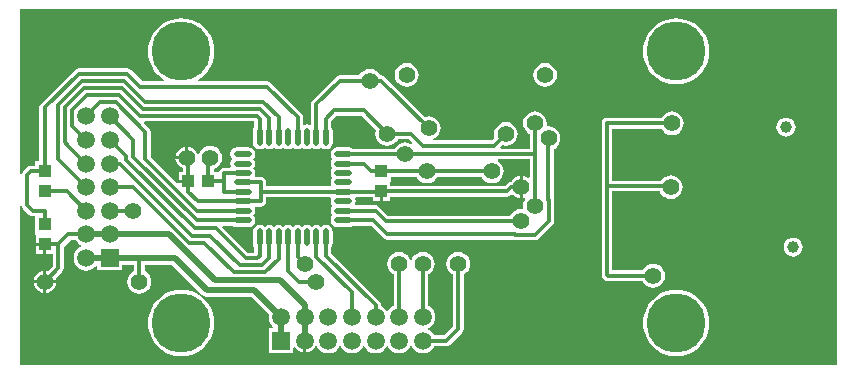
<source format=gbl>
G04 Layer_Physical_Order=2*
G04 Layer_Color=16711680*
%FSLAX43Y43*%
%MOMM*%
G71*
G01*
G75*
%ADD13R,1.000X1.100*%
%ADD14R,1.100X1.000*%
%ADD19C,0.300*%
%ADD21C,1.000*%
%ADD22C,1.400*%
%ADD23C,1.500*%
%ADD24R,1.500X1.500*%
%ADD25R,1.500X1.500*%
%ADD26C,5.000*%
%ADD27O,0.550X1.500*%
%ADD28O,1.500X0.550*%
%ADD29C,0.500*%
G36*
X20545Y20307D02*
X20526Y20261D01*
X20491Y20000D01*
X20526Y19739D01*
X20626Y19496D01*
X20787Y19287D01*
X20996Y19126D01*
X21239Y19026D01*
X21500Y18991D01*
X21761Y19026D01*
X22004Y19126D01*
X22213Y19287D01*
X22374Y19496D01*
X22392Y19541D01*
X23310D01*
X23575Y19276D01*
X23504Y19173D01*
X23261Y19274D01*
X23000Y19309D01*
X22739Y19274D01*
X22496Y19173D01*
X22287Y19013D01*
X22126Y18804D01*
X22108Y18759D01*
X18573D01*
X18449Y18842D01*
X18225Y18886D01*
X17275D01*
X17051Y18842D01*
X16860Y18715D01*
X16733Y18524D01*
X16689Y18300D01*
X16733Y18076D01*
X16851Y17900D01*
X16733Y17724D01*
X16689Y17500D01*
X16733Y17276D01*
X16851Y17100D01*
X16733Y16924D01*
X16689Y16700D01*
X16733Y16476D01*
X16851Y16300D01*
X16733Y16124D01*
X16689Y15900D01*
X16731Y15686D01*
X16728Y15656D01*
X16677Y15559D01*
X11259D01*
Y15900D01*
X11224Y16076D01*
X11124Y16224D01*
X10976Y16324D01*
X10800Y16359D01*
X10323D01*
X10272Y16456D01*
X10269Y16486D01*
X10311Y16700D01*
X10267Y16924D01*
X10149Y17100D01*
X10267Y17276D01*
X10311Y17500D01*
X10267Y17724D01*
X10149Y17900D01*
X10267Y18076D01*
X10311Y18300D01*
X10267Y18524D01*
X10140Y18715D01*
X9949Y18842D01*
X9725Y18886D01*
X8775D01*
X8551Y18842D01*
X8360Y18715D01*
X8233Y18524D01*
X8189Y18300D01*
X8233Y18076D01*
X8351Y17900D01*
X8233Y17724D01*
X8189Y17500D01*
X8231Y17286D01*
X8228Y17256D01*
X8177Y17159D01*
X7700D01*
X7524Y17124D01*
X7376Y17024D01*
X7287Y16891D01*
X7200Y16800D01*
X6809D01*
Y17046D01*
X7004Y17126D01*
X7213Y17287D01*
X7373Y17496D01*
X7474Y17739D01*
X7509Y18000D01*
X7474Y18261D01*
X7373Y18504D01*
X7213Y18713D01*
X7004Y18874D01*
X6761Y18974D01*
X6500Y19009D01*
X6239Y18974D01*
X5996Y18874D01*
X5787Y18713D01*
X5627Y18504D01*
X5544Y18305D01*
X5408Y18300D01*
X5333Y18481D01*
X5180Y18680D01*
X4981Y18833D01*
X4749Y18929D01*
X4627Y18946D01*
Y18000D01*
X4500D01*
Y17873D01*
X3554D01*
X3571Y17751D01*
X3667Y17519D01*
X3820Y17320D01*
X4019Y17167D01*
X4191Y17095D01*
Y16754D01*
X3846D01*
Y16127D01*
X4650D01*
Y15873D01*
X3846D01*
Y15863D01*
X3729Y15814D01*
X1459Y18084D01*
Y20197D01*
X1424Y20373D01*
X1324Y20521D01*
X899Y20947D01*
X948Y21064D01*
X10241D01*
Y20573D01*
X10158Y20449D01*
X10114Y20225D01*
Y19275D01*
X10158Y19051D01*
X10285Y18860D01*
X10476Y18733D01*
X10700Y18689D01*
X10924Y18733D01*
X11100Y18851D01*
X11276Y18733D01*
X11500Y18689D01*
X11724Y18733D01*
X11900Y18851D01*
X12076Y18733D01*
X12300Y18689D01*
X12524Y18733D01*
X12700Y18851D01*
X12876Y18733D01*
X13100Y18689D01*
X13324Y18733D01*
X13500Y18851D01*
X13676Y18733D01*
X13900Y18689D01*
X14124Y18733D01*
X14300Y18851D01*
X14476Y18733D01*
X14700Y18689D01*
X14924Y18733D01*
X15100Y18851D01*
X15276Y18733D01*
X15500Y18689D01*
X15724Y18733D01*
X15900Y18851D01*
X16076Y18733D01*
X16300Y18689D01*
X16524Y18733D01*
X16715Y18860D01*
X16842Y19051D01*
X16886Y19275D01*
Y20225D01*
X16842Y20449D01*
X16759Y20573D01*
Y21110D01*
X17190Y21541D01*
X19310D01*
X20545Y20307D01*
D02*
G37*
G36*
X33541Y16332D02*
X33414Y16270D01*
X33331Y16333D01*
X33099Y16429D01*
X32977Y16446D01*
Y15500D01*
Y14554D01*
X33089Y14569D01*
X33113Y14548D01*
X33166Y14461D01*
X33126Y14409D01*
X33026Y14166D01*
X32991Y13905D01*
X33013Y13742D01*
X32900Y13629D01*
X32785Y13644D01*
X32524Y13609D01*
X32281Y13508D01*
X32072Y13348D01*
X31912Y13139D01*
X31893Y13094D01*
X21555D01*
X20824Y13824D01*
X20676Y13924D01*
X20500Y13959D01*
X18823D01*
X18772Y14056D01*
X18769Y14086D01*
X18811Y14300D01*
X18769Y14514D01*
X18772Y14544D01*
X18823Y14641D01*
X20246D01*
Y14346D01*
X20873D01*
Y15150D01*
X21127D01*
Y14346D01*
X21754D01*
Y14691D01*
X31650D01*
X31826Y14726D01*
X31974Y14826D01*
X32014Y14865D01*
X32141Y14857D01*
X32170Y14820D01*
X32369Y14667D01*
X32601Y14571D01*
X32723Y14554D01*
Y15500D01*
Y16446D01*
X32601Y16429D01*
X32369Y16333D01*
X32170Y16180D01*
X32017Y15981D01*
X32007Y15959D01*
X32000D01*
X31824Y15924D01*
X31676Y15824D01*
X31460Y15609D01*
X21754D01*
Y15892D01*
X21800Y16000D01*
X21800D01*
X21800Y16000D01*
Y16391D01*
X23958D01*
X23977Y16346D01*
X24137Y16137D01*
X24346Y15976D01*
X24589Y15876D01*
X24850Y15841D01*
X25111Y15876D01*
X25354Y15976D01*
X25563Y16137D01*
X25723Y16346D01*
X25742Y16391D01*
X29458D01*
X29476Y16346D01*
X29637Y16137D01*
X29846Y15976D01*
X30089Y15876D01*
X30350Y15841D01*
X30611Y15876D01*
X30854Y15976D01*
X31063Y16137D01*
X31223Y16346D01*
X31324Y16589D01*
X31359Y16850D01*
X31324Y17111D01*
X31223Y17354D01*
X31063Y17563D01*
X30866Y17714D01*
X30867Y17755D01*
X30902Y17841D01*
X33541D01*
Y16332D01*
D02*
G37*
G36*
X59567Y433D02*
X-9567D01*
Y13891D01*
X-9440Y13904D01*
X-9424Y13824D01*
X-9324Y13676D01*
X-8824Y13176D01*
X-8676Y13076D01*
X-8500Y13041D01*
X-8300D01*
Y11500D01*
X-8300D01*
X-8254Y11454D01*
Y10777D01*
X-7500D01*
Y10650D01*
X-7373D01*
Y9846D01*
X-6809D01*
Y8840D01*
X-7229Y8420D01*
X-7251Y8429D01*
X-7373Y8446D01*
Y7627D01*
X-6554D01*
X-6571Y7749D01*
X-6580Y7771D01*
X-6026Y8326D01*
X-5926Y8474D01*
X-5891Y8650D01*
Y10460D01*
X-5310Y11041D01*
X-4897D01*
X-4877Y10994D01*
X-4716Y10784D01*
X-4506Y10623D01*
X-4435Y10594D01*
Y10456D01*
X-4530Y10417D01*
X-4749Y10249D01*
X-4917Y10030D01*
X-5023Y9774D01*
X-5059Y9500D01*
X-5023Y9226D01*
X-4917Y8970D01*
X-4749Y8751D01*
X-4530Y8583D01*
X-4274Y8477D01*
X-4000Y8441D01*
X-3726Y8477D01*
X-3470Y8583D01*
X-3251Y8751D01*
X-3177Y8848D01*
X-3050Y8805D01*
Y8450D01*
X-950D01*
Y8939D01*
X41D01*
Y8392D01*
X-4Y8373D01*
X-213Y8213D01*
X-373Y8004D01*
X-474Y7761D01*
X-509Y7500D01*
X-474Y7239D01*
X-373Y6996D01*
X-213Y6787D01*
X-4Y6627D01*
X239Y6526D01*
X500Y6491D01*
X761Y6526D01*
X1004Y6627D01*
X1213Y6787D01*
X1373Y6996D01*
X1474Y7239D01*
X1509Y7500D01*
X1474Y7761D01*
X1373Y8004D01*
X1213Y8213D01*
X1004Y8373D01*
X959Y8392D01*
Y8939D01*
X3268D01*
X5803Y6403D01*
X5985Y6282D01*
X6200Y6239D01*
X9968D01*
X11472Y4735D01*
X11441Y4500D01*
X11477Y4226D01*
X11583Y3970D01*
X11751Y3751D01*
X11848Y3677D01*
X11805Y3550D01*
X11450D01*
Y1450D01*
X13550D01*
Y1880D01*
X13677Y1923D01*
X13784Y1784D01*
X13994Y1623D01*
X14238Y1522D01*
X14373Y1504D01*
Y2500D01*
X14627D01*
Y1504D01*
X14762Y1522D01*
X15006Y1623D01*
X15216Y1784D01*
X15377Y1994D01*
X15406Y2065D01*
X15544D01*
X15583Y1970D01*
X15751Y1751D01*
X15970Y1583D01*
X16226Y1477D01*
X16500Y1441D01*
X16774Y1477D01*
X17030Y1583D01*
X17249Y1751D01*
X17417Y1970D01*
X17437Y2017D01*
X17563D01*
X17583Y1970D01*
X17751Y1751D01*
X17970Y1583D01*
X18226Y1477D01*
X18500Y1441D01*
X18774Y1477D01*
X19030Y1583D01*
X19249Y1751D01*
X19417Y1970D01*
X19437Y2017D01*
X19563D01*
X19583Y1970D01*
X19751Y1751D01*
X19970Y1583D01*
X20226Y1477D01*
X20500Y1441D01*
X20774Y1477D01*
X21030Y1583D01*
X21249Y1751D01*
X21417Y1970D01*
X21437Y2017D01*
X21563D01*
X21583Y1970D01*
X21751Y1751D01*
X21970Y1583D01*
X22226Y1477D01*
X22500Y1441D01*
X22774Y1477D01*
X23030Y1583D01*
X23249Y1751D01*
X23417Y1970D01*
X23437Y2017D01*
X23563D01*
X23583Y1970D01*
X23751Y1751D01*
X23970Y1583D01*
X24226Y1477D01*
X24500Y1441D01*
X24774Y1477D01*
X25030Y1583D01*
X25249Y1751D01*
X25417Y1970D01*
X25446Y2041D01*
X26500D01*
X26676Y2076D01*
X26824Y2176D01*
X27824Y3176D01*
X27924Y3324D01*
X27959Y3500D01*
Y8108D01*
X28004Y8127D01*
X28213Y8287D01*
X28374Y8496D01*
X28474Y8739D01*
X28509Y9000D01*
X28474Y9261D01*
X28374Y9504D01*
X28213Y9713D01*
X28004Y9873D01*
X27761Y9974D01*
X27500Y10009D01*
X27239Y9974D01*
X26996Y9873D01*
X26787Y9713D01*
X26627Y9504D01*
X26526Y9261D01*
X26491Y9000D01*
X26526Y8739D01*
X26627Y8496D01*
X26787Y8287D01*
X26996Y8127D01*
X27041Y8108D01*
Y3690D01*
X26310Y2959D01*
X25446D01*
X25417Y3030D01*
X25249Y3249D01*
X25030Y3417D01*
X24983Y3437D01*
Y3563D01*
X25030Y3583D01*
X25249Y3751D01*
X25417Y3970D01*
X25523Y4226D01*
X25559Y4500D01*
X25523Y4774D01*
X25417Y5030D01*
X25249Y5249D01*
X25030Y5417D01*
X24959Y5446D01*
Y8108D01*
X25004Y8127D01*
X25213Y8287D01*
X25374Y8496D01*
X25474Y8739D01*
X25509Y9000D01*
X25474Y9261D01*
X25374Y9504D01*
X25213Y9713D01*
X25004Y9873D01*
X24761Y9974D01*
X24500Y10009D01*
X24239Y9974D01*
X23996Y9873D01*
X23787Y9713D01*
X23626Y9504D01*
X23569Y9365D01*
X23431D01*
X23374Y9504D01*
X23213Y9713D01*
X23004Y9873D01*
X22761Y9974D01*
X22500Y10009D01*
X22239Y9974D01*
X21996Y9873D01*
X21787Y9713D01*
X21626Y9504D01*
X21526Y9261D01*
X21491Y9000D01*
X21526Y8739D01*
X21626Y8496D01*
X21787Y8287D01*
X21996Y8127D01*
X22041Y8108D01*
Y5446D01*
X21970Y5417D01*
X21751Y5249D01*
X21583Y5030D01*
X21563Y4983D01*
X21437D01*
X21417Y5030D01*
X21249Y5249D01*
X21030Y5417D01*
X20959Y5446D01*
Y5500D01*
X20924Y5676D01*
X20824Y5824D01*
X16759Y9890D01*
Y10427D01*
X16842Y10551D01*
X16886Y10775D01*
Y11725D01*
X16842Y11949D01*
X16715Y12140D01*
X16524Y12267D01*
X16300Y12311D01*
X16076Y12267D01*
X15900Y12149D01*
X15724Y12267D01*
X15500Y12311D01*
X15276Y12267D01*
X15100Y12149D01*
X14924Y12267D01*
X14700Y12311D01*
X14476Y12267D01*
X14300Y12149D01*
X14124Y12267D01*
X13900Y12311D01*
X13676Y12267D01*
X13500Y12149D01*
X13324Y12267D01*
X13100Y12311D01*
X12876Y12267D01*
X12700Y12149D01*
X12524Y12267D01*
X12300Y12311D01*
X12076Y12267D01*
X11900Y12149D01*
X11724Y12267D01*
X11500Y12311D01*
X11276Y12267D01*
X11100Y12149D01*
X10924Y12267D01*
X10700Y12311D01*
X10476Y12267D01*
X10285Y12140D01*
X10158Y11949D01*
X10114Y11725D01*
Y10775D01*
X10158Y10551D01*
X10241Y10427D01*
Y9959D01*
X9690D01*
X7525Y12124D01*
X7574Y12241D01*
X8427D01*
X8551Y12158D01*
X8775Y12114D01*
X9725D01*
X9949Y12158D01*
X10140Y12285D01*
X10267Y12476D01*
X10311Y12700D01*
X10267Y12924D01*
X10149Y13100D01*
X10267Y13276D01*
X10311Y13500D01*
X10269Y13714D01*
X10272Y13744D01*
X10323Y13841D01*
X10800D01*
X10976Y13876D01*
X11124Y13976D01*
X11224Y14124D01*
X11259Y14300D01*
Y14641D01*
X16677D01*
X16728Y14544D01*
X16731Y14514D01*
X16689Y14300D01*
X16733Y14076D01*
X16851Y13900D01*
X16733Y13724D01*
X16689Y13500D01*
X16733Y13276D01*
X16851Y13100D01*
X16733Y12924D01*
X16689Y12700D01*
X16733Y12476D01*
X16860Y12285D01*
X17051Y12158D01*
X17275Y12114D01*
X18225D01*
X18449Y12158D01*
X18573Y12241D01*
X20110D01*
X21176Y11176D01*
X21324Y11076D01*
X21500Y11041D01*
X32233D01*
X32309Y11026D01*
X33985D01*
X34161Y11061D01*
X34309Y11161D01*
X35474Y12326D01*
X35574Y12474D01*
X35609Y12650D01*
Y14381D01*
X35594Y14457D01*
Y18736D01*
X35654Y18761D01*
X35863Y18922D01*
X36023Y19131D01*
X36124Y19374D01*
X36159Y19635D01*
X36124Y19896D01*
X36023Y20139D01*
X35863Y20348D01*
X35654Y20508D01*
X35411Y20609D01*
X35150Y20644D01*
X35101Y20637D01*
X34988Y20750D01*
X35009Y20905D01*
X34974Y21166D01*
X34874Y21409D01*
X34713Y21618D01*
X34504Y21778D01*
X34261Y21879D01*
X34000Y21914D01*
X33739Y21879D01*
X33496Y21778D01*
X33287Y21618D01*
X33126Y21409D01*
X33026Y21166D01*
X32991Y20905D01*
X33026Y20644D01*
X33126Y20401D01*
X33287Y20192D01*
X33496Y20031D01*
X33541Y20013D01*
Y18759D01*
X31114D01*
X31065Y18876D01*
X31233Y19045D01*
X31279Y19026D01*
X31540Y18991D01*
X31801Y19026D01*
X32044Y19126D01*
X32253Y19287D01*
X32414Y19496D01*
X32514Y19739D01*
X32549Y20000D01*
X32514Y20261D01*
X32414Y20504D01*
X32253Y20713D01*
X32044Y20874D01*
X31801Y20974D01*
X31540Y21009D01*
X31279Y20974D01*
X31036Y20874D01*
X30827Y20713D01*
X30667Y20504D01*
X30566Y20261D01*
X30531Y20000D01*
X30566Y19739D01*
X30585Y19693D01*
X30350Y19459D01*
X25431D01*
X25406Y19586D01*
X25504Y19626D01*
X25713Y19787D01*
X25874Y19996D01*
X25974Y20239D01*
X26009Y20500D01*
X25974Y20761D01*
X25874Y21004D01*
X25713Y21213D01*
X25504Y21374D01*
X25261Y21474D01*
X25000Y21509D01*
X24739Y21474D01*
X24693Y21455D01*
X21324Y24824D01*
X21176Y24924D01*
X21000Y24959D01*
X20892D01*
X20874Y25004D01*
X20713Y25213D01*
X20504Y25374D01*
X20261Y25474D01*
X20000Y25509D01*
X19739Y25474D01*
X19496Y25374D01*
X19287Y25213D01*
X19126Y25004D01*
X19108Y24959D01*
X17500D01*
X17324Y24924D01*
X17176Y24824D01*
X15176Y22824D01*
X15076Y22676D01*
X15041Y22500D01*
Y20823D01*
X14944Y20772D01*
X14914Y20769D01*
X14700Y20811D01*
X14486Y20769D01*
X14456Y20772D01*
X14359Y20823D01*
Y21400D01*
X14324Y21576D01*
X14224Y21724D01*
X11624Y24324D01*
X11476Y24424D01*
X11300Y24459D01*
X5505D01*
X5469Y24586D01*
X5701Y24728D01*
X6036Y25014D01*
X6322Y25349D01*
X6553Y25725D01*
X6721Y26132D01*
X6824Y26561D01*
X6859Y27000D01*
X6824Y27439D01*
X6721Y27868D01*
X6553Y28275D01*
X6322Y28651D01*
X6036Y28986D01*
X5701Y29272D01*
X5325Y29503D01*
X4918Y29671D01*
X4489Y29774D01*
X4050Y29809D01*
X3611Y29774D01*
X3182Y29671D01*
X2775Y29503D01*
X2399Y29272D01*
X2064Y28986D01*
X1778Y28651D01*
X1547Y28275D01*
X1379Y27868D01*
X1276Y27439D01*
X1241Y27000D01*
X1276Y26561D01*
X1379Y26132D01*
X1547Y25725D01*
X1778Y25349D01*
X2064Y25014D01*
X2399Y24728D01*
X2631Y24586D01*
X2595Y24459D01*
X781D01*
X-184Y25424D01*
X-333Y25524D01*
X-509Y25559D01*
X-4643D01*
X-4818Y25524D01*
X-4967Y25424D01*
X-7824Y22567D01*
X-7924Y22418D01*
X-7959Y22243D01*
Y17700D01*
X-8300D01*
Y17309D01*
X-8650D01*
X-8826Y17274D01*
X-8974Y17174D01*
X-9324Y16824D01*
X-9424Y16676D01*
X-9440Y16596D01*
X-9567Y16609D01*
Y30567D01*
X59567D01*
Y433D01*
D02*
G37*
%LPC*%
G36*
X4373Y18946D02*
X4251Y18929D01*
X4019Y18833D01*
X3820Y18680D01*
X3667Y18481D01*
X3571Y18249D01*
X3554Y18127D01*
X4373D01*
Y18946D01*
D02*
G37*
G36*
X45950Y29809D02*
X45511Y29774D01*
X45082Y29671D01*
X44675Y29503D01*
X44299Y29272D01*
X43964Y28986D01*
X43678Y28651D01*
X43447Y28275D01*
X43279Y27868D01*
X43176Y27439D01*
X43141Y27000D01*
X43176Y26561D01*
X43279Y26132D01*
X43447Y25725D01*
X43678Y25349D01*
X43964Y25014D01*
X44299Y24728D01*
X44675Y24497D01*
X45082Y24329D01*
X45511Y24226D01*
X45950Y24191D01*
X46389Y24226D01*
X46818Y24329D01*
X47225Y24497D01*
X47601Y24728D01*
X47936Y25014D01*
X48222Y25349D01*
X48453Y25725D01*
X48621Y26132D01*
X48724Y26561D01*
X48759Y27000D01*
X48724Y27439D01*
X48621Y27868D01*
X48453Y28275D01*
X48222Y28651D01*
X47936Y28986D01*
X47601Y29272D01*
X47225Y29503D01*
X46818Y29671D01*
X46389Y29774D01*
X45950Y29809D01*
D02*
G37*
G36*
X34854Y26009D02*
X34593Y25974D01*
X34350Y25874D01*
X34141Y25713D01*
X33980Y25504D01*
X33880Y25261D01*
X33845Y25000D01*
X33880Y24739D01*
X33980Y24496D01*
X34141Y24287D01*
X34350Y24126D01*
X34593Y24026D01*
X34854Y23991D01*
X35115Y24026D01*
X35358Y24126D01*
X35567Y24287D01*
X35728Y24496D01*
X35828Y24739D01*
X35863Y25000D01*
X35828Y25261D01*
X35728Y25504D01*
X35567Y25713D01*
X35358Y25874D01*
X35115Y25974D01*
X34854Y26009D01*
D02*
G37*
G36*
X23146D02*
X22885Y25974D01*
X22642Y25874D01*
X22433Y25713D01*
X22273Y25504D01*
X22172Y25261D01*
X22137Y25000D01*
X22172Y24739D01*
X22273Y24496D01*
X22433Y24287D01*
X22642Y24126D01*
X22885Y24026D01*
X23146Y23991D01*
X23407Y24026D01*
X23650Y24126D01*
X23859Y24287D01*
X24020Y24496D01*
X24120Y24739D01*
X24155Y25000D01*
X24120Y25261D01*
X24020Y25504D01*
X23859Y25713D01*
X23650Y25874D01*
X23407Y25974D01*
X23146Y26009D01*
D02*
G37*
G36*
X45595Y21914D02*
X45334Y21879D01*
X45091Y21778D01*
X44882Y21618D01*
X44722Y21409D01*
X44703Y21364D01*
X40095D01*
X39919Y21329D01*
X39771Y21229D01*
X39671Y21081D01*
X39636Y20905D01*
Y15595D01*
Y8095D01*
X39671Y7919D01*
X39771Y7771D01*
X39866Y7676D01*
X40014Y7576D01*
X40190Y7541D01*
X43108D01*
X43127Y7496D01*
X43287Y7287D01*
X43496Y7127D01*
X43739Y7026D01*
X44000Y6991D01*
X44261Y7026D01*
X44504Y7127D01*
X44713Y7287D01*
X44874Y7496D01*
X44974Y7739D01*
X45009Y8000D01*
X44974Y8261D01*
X44874Y8504D01*
X44713Y8713D01*
X44504Y8873D01*
X44261Y8974D01*
X44000Y9009D01*
X43739Y8974D01*
X43496Y8873D01*
X43287Y8713D01*
X43127Y8504D01*
X43108Y8459D01*
X40554D01*
Y15136D01*
X44568D01*
X44626Y14996D01*
X44787Y14787D01*
X44996Y14627D01*
X45239Y14526D01*
X45500Y14491D01*
X45761Y14526D01*
X46004Y14627D01*
X46213Y14787D01*
X46374Y14996D01*
X46474Y15239D01*
X46509Y15500D01*
X46474Y15761D01*
X46374Y16004D01*
X46213Y16213D01*
X46004Y16374D01*
X45761Y16474D01*
X45500Y16509D01*
X45239Y16474D01*
X44996Y16374D01*
X44787Y16213D01*
X44664Y16054D01*
X40554D01*
Y20446D01*
X44703D01*
X44722Y20401D01*
X44882Y20192D01*
X45091Y20032D01*
X45334Y19931D01*
X45595Y19896D01*
X45856Y19931D01*
X46099Y20032D01*
X46308Y20192D01*
X46468Y20401D01*
X46569Y20644D01*
X46604Y20905D01*
X46569Y21166D01*
X46468Y21409D01*
X46308Y21618D01*
X46099Y21778D01*
X45856Y21879D01*
X45595Y21914D01*
D02*
G37*
G36*
X55250Y21387D02*
X55041Y21359D01*
X54847Y21279D01*
X54679Y21151D01*
X54551Y20983D01*
X54471Y20789D01*
X54443Y20580D01*
X54471Y20371D01*
X54551Y20177D01*
X54679Y20009D01*
X54847Y19881D01*
X55041Y19801D01*
X55250Y19773D01*
X55459Y19801D01*
X55653Y19881D01*
X55821Y20009D01*
X55949Y20177D01*
X56029Y20371D01*
X56057Y20580D01*
X56029Y20789D01*
X55949Y20983D01*
X55821Y21151D01*
X55653Y21279D01*
X55459Y21359D01*
X55250Y21387D01*
D02*
G37*
G36*
X-7627Y10523D02*
X-8254D01*
Y9846D01*
X-7627D01*
Y10523D01*
D02*
G37*
G36*
X55850Y11227D02*
X55641Y11199D01*
X55447Y11119D01*
X55279Y10991D01*
X55151Y10823D01*
X55071Y10629D01*
X55043Y10420D01*
X55071Y10211D01*
X55151Y10017D01*
X55279Y9849D01*
X55447Y9721D01*
X55641Y9641D01*
X55850Y9613D01*
X56059Y9641D01*
X56253Y9721D01*
X56421Y9849D01*
X56549Y10017D01*
X56629Y10211D01*
X56657Y10420D01*
X56629Y10629D01*
X56549Y10823D01*
X56421Y10991D01*
X56253Y11119D01*
X56059Y11199D01*
X55850Y11227D01*
D02*
G37*
G36*
X-7627Y8446D02*
X-7749Y8429D01*
X-7981Y8333D01*
X-8180Y8180D01*
X-8333Y7981D01*
X-8429Y7749D01*
X-8446Y7627D01*
X-7627D01*
Y8446D01*
D02*
G37*
G36*
X-6554Y7373D02*
X-7373D01*
Y6554D01*
X-7251Y6571D01*
X-7019Y6667D01*
X-6820Y6820D01*
X-6667Y7019D01*
X-6571Y7251D01*
X-6554Y7373D01*
D02*
G37*
G36*
X-7627D02*
X-8446D01*
X-8429Y7251D01*
X-8333Y7019D01*
X-8180Y6820D01*
X-7981Y6667D01*
X-7749Y6571D01*
X-7627Y6554D01*
Y7373D01*
D02*
G37*
G36*
X45950Y6809D02*
X45511Y6774D01*
X45082Y6671D01*
X44675Y6503D01*
X44299Y6272D01*
X43964Y5986D01*
X43678Y5651D01*
X43447Y5275D01*
X43279Y4868D01*
X43176Y4439D01*
X43141Y4000D01*
X43176Y3561D01*
X43279Y3132D01*
X43447Y2725D01*
X43678Y2349D01*
X43964Y2014D01*
X44299Y1728D01*
X44675Y1497D01*
X45082Y1329D01*
X45511Y1226D01*
X45950Y1191D01*
X46389Y1226D01*
X46818Y1329D01*
X47225Y1497D01*
X47601Y1728D01*
X47936Y2014D01*
X48222Y2349D01*
X48453Y2725D01*
X48621Y3132D01*
X48724Y3561D01*
X48759Y4000D01*
X48724Y4439D01*
X48621Y4868D01*
X48453Y5275D01*
X48222Y5651D01*
X47936Y5986D01*
X47601Y6272D01*
X47225Y6503D01*
X46818Y6671D01*
X46389Y6774D01*
X45950Y6809D01*
D02*
G37*
G36*
X4050D02*
X3611Y6774D01*
X3182Y6671D01*
X2775Y6503D01*
X2399Y6272D01*
X2064Y5986D01*
X1778Y5651D01*
X1547Y5275D01*
X1379Y4868D01*
X1276Y4439D01*
X1241Y4000D01*
X1276Y3561D01*
X1379Y3132D01*
X1547Y2725D01*
X1778Y2349D01*
X2064Y2014D01*
X2399Y1728D01*
X2775Y1497D01*
X3182Y1329D01*
X3611Y1226D01*
X4050Y1191D01*
X4489Y1226D01*
X4918Y1329D01*
X5325Y1497D01*
X5701Y1728D01*
X6036Y2014D01*
X6322Y2349D01*
X6553Y2725D01*
X6721Y3132D01*
X6824Y3561D01*
X6859Y4000D01*
X6824Y4439D01*
X6721Y4868D01*
X6553Y5275D01*
X6322Y5651D01*
X6036Y5986D01*
X5701Y6272D01*
X5325Y6503D01*
X4918Y6671D01*
X4489Y6774D01*
X4050Y6809D01*
D02*
G37*
%LPD*%
D13*
X-7500Y10650D02*
D03*
Y12350D02*
D03*
Y16850D02*
D03*
Y15150D02*
D03*
X21000Y16850D02*
D03*
Y15150D02*
D03*
D14*
X6350Y16000D02*
D03*
X4650D02*
D03*
D19*
X24500Y4500D02*
Y9000D01*
X23000Y18300D02*
X33935D01*
X17750D02*
X23000D01*
X24500Y2500D02*
X26500D01*
X27500Y3500D01*
Y9000D01*
X23500Y20000D02*
X24500Y19000D01*
X21500Y20000D02*
X23500D01*
X24500Y19000D02*
X30540D01*
X19500Y22000D02*
X21500Y20000D01*
X17000Y22000D02*
X19500D01*
X30540Y19000D02*
X31540Y20000D01*
X22500Y4500D02*
Y9000D01*
X20000Y24500D02*
X21000D01*
X17500D02*
X20000D01*
X21000D02*
X25000Y20500D01*
X15500Y22500D02*
X17500Y24500D01*
X24850Y16850D02*
X30350D01*
X34000Y18365D02*
Y20905D01*
Y13905D02*
Y18365D01*
X31650Y15150D02*
X32000Y15500D01*
X32850D01*
X21000Y15150D02*
X31650D01*
X40190Y8000D02*
X44000D01*
X40095Y8095D02*
X40190Y8000D01*
X40095Y8095D02*
Y15595D01*
X45405D02*
X45500Y15500D01*
X40095Y15595D02*
X45405D01*
X40095D02*
Y20905D01*
X45595D01*
X21000Y16850D02*
X24850D01*
X21365Y12635D02*
X32785D01*
X20500Y13500D02*
X21365Y12635D01*
X17750Y13500D02*
X20500D01*
X20300Y12700D02*
X21500Y11500D01*
X17750Y12700D02*
X20300D01*
X35135Y14396D02*
Y19635D01*
X21500Y11500D02*
X32294D01*
X32309Y11485D01*
X33985D01*
X35150Y12650D01*
Y14381D01*
X35135Y14396D02*
X35150Y14381D01*
X35135Y19635D02*
X35150D01*
X16300Y21300D02*
X17000Y22000D01*
X15500Y19750D02*
Y22500D01*
X33935Y18300D02*
X34000Y18365D01*
X20500Y4500D02*
Y5500D01*
X16300Y9700D02*
X20500Y5500D01*
X16300Y9700D02*
Y11250D01*
X18500Y4500D02*
Y6626D01*
X15500Y9626D02*
X18500Y6626D01*
X15500Y9626D02*
Y11250D01*
X14000Y7500D02*
X15500D01*
X13100Y8400D02*
X14000Y7500D01*
X20950Y15100D02*
X21000Y15150D01*
X17750Y15100D02*
X20950D01*
X19500Y17500D02*
X20150Y16850D01*
X21000D01*
X500Y7500D02*
Y9500D01*
X-7500Y7500D02*
X-6350Y8650D01*
Y10650D01*
X13100Y8400D02*
Y11250D01*
X13900Y9600D02*
Y11250D01*
Y9600D02*
X14500Y9000D01*
X11300Y24000D02*
X13900Y21400D01*
X-757Y24500D02*
X1020Y22723D01*
X10974D01*
X12300Y21397D01*
Y19750D02*
Y21397D01*
X11500Y19750D02*
Y21349D01*
X10726Y22123D02*
X11500Y21349D01*
X771Y22123D02*
X10726D01*
X-1254Y23300D02*
X523Y21523D01*
X10477D01*
X10700Y21300D01*
X591Y24000D02*
X11300D01*
X-509Y25100D02*
X591Y24000D01*
X-4643Y25100D02*
X-509D01*
X-7500Y22243D02*
X-4643Y25100D01*
X-7500Y16850D02*
Y22243D01*
X4700Y10800D02*
X6000D01*
X0Y15500D02*
X4700Y10800D01*
X4949Y11400D02*
X6500D01*
X-1151Y17500D02*
X4949Y11400D01*
X5197Y12000D02*
X7000D01*
X-600Y17797D02*
X5197Y12000D01*
X5346Y12700D02*
X9250D01*
X0Y18046D02*
X5346Y12700D01*
X-0Y13500D02*
X0Y13500D01*
X-2000Y13500D02*
X-0D01*
X-1503Y22700D02*
X1000Y20197D01*
Y17894D02*
Y20197D01*
Y17894D02*
X5394Y13500D01*
X-2000Y21500D02*
X0Y19500D01*
Y18046D02*
Y19500D01*
X-2000Y19500D02*
X-600Y18100D01*
Y17797D02*
Y18100D01*
X-2000Y17500D02*
X-1151D01*
X-2000Y15500D02*
X0D01*
X4650Y15093D02*
Y16000D01*
Y15093D02*
X5443Y14300D01*
X9250D01*
X5394Y13500D02*
X9250D01*
X4650Y16000D02*
Y17850D01*
X4500Y18000D02*
X4650Y17850D01*
X6350Y16000D02*
Y17850D01*
X6500Y18000D01*
X7700Y16000D02*
Y16700D01*
Y15100D02*
Y16000D01*
X6350D02*
X7700D01*
X-8650Y16850D02*
X-7500D01*
X-9000Y16500D02*
X-8650Y16850D01*
X-9000Y14000D02*
Y16500D01*
X10800Y15062D02*
Y15900D01*
X9250D02*
X10800D01*
X-8500Y13500D02*
X-7500D01*
X-9000Y14000D02*
X-8500Y13500D01*
X-7500Y12350D02*
Y13500D01*
Y10650D02*
X-6350D01*
X-5500Y11500D01*
X-4000D01*
X-7500Y15150D02*
X-5650D01*
X-4000Y13500D01*
X10800Y14300D02*
Y15062D01*
X10837Y15100D01*
X17750D01*
X9250Y14300D02*
X10800D01*
X7700Y15100D02*
X9250D01*
X7700Y16700D02*
X9250D01*
X8500Y8300D02*
X11148D01*
X6000Y10800D02*
X8500Y8300D01*
X9000Y8900D02*
X10900D01*
X6500Y11400D02*
X9000Y8900D01*
X9500Y9500D02*
X10500D01*
X7000Y12000D02*
X9500Y9500D01*
X13900Y19750D02*
Y21400D01*
X16300Y19750D02*
Y21300D01*
X11500Y9500D02*
Y11250D01*
X12300Y9452D02*
Y11250D01*
X17750Y17500D02*
X19500D01*
X10700Y9700D02*
Y11250D01*
X10500Y9500D02*
X10700Y9700D01*
X10900Y8900D02*
X11500Y9500D01*
X11148Y8300D02*
X12300Y9452D01*
X-4000Y21500D02*
Y21500D01*
X-2800Y22700D01*
X-1503D01*
X10700Y19750D02*
Y21300D01*
X-5200Y20700D02*
X-4000Y19500D01*
X-5200Y20700D02*
Y21997D01*
X-3897Y23300D01*
X-1254D01*
X-5800Y22246D02*
X-4146Y23900D01*
X-1006D01*
X771Y22123D01*
X-5500Y19000D02*
X-4000Y17500D01*
X-5500Y19000D02*
Y19000D01*
X-5800Y19300D02*
X-5500Y19000D01*
X-5800Y19300D02*
Y22246D01*
X-6400Y17900D02*
X-4000Y15500D01*
X-6400Y17900D02*
Y22494D01*
X-4394Y24500D01*
X-757D01*
D21*
X55850Y10420D02*
D03*
X55250Y20580D02*
D03*
D22*
X23146Y25000D02*
D03*
X34854D02*
D03*
X27500Y9000D02*
D03*
X23000Y18300D02*
D03*
X24500Y9000D02*
D03*
X21500Y20000D02*
D03*
X22500Y9000D02*
D03*
X20000Y24500D02*
D03*
X30350Y16850D02*
D03*
X32850Y15500D02*
D03*
X44000Y8000D02*
D03*
X45500Y15500D02*
D03*
X45595Y20905D02*
D03*
X24850Y16850D02*
D03*
X35150Y19635D02*
D03*
X32785Y12635D02*
D03*
X31540Y20000D02*
D03*
X25000Y20500D02*
D03*
X34000Y13905D02*
D03*
Y20905D02*
D03*
X15500Y7500D02*
D03*
X500D02*
D03*
X-7500D02*
D03*
X14500Y9000D02*
D03*
X0Y13500D02*
D03*
X4500Y18000D02*
D03*
X6500D02*
D03*
D23*
X24500Y4500D02*
D03*
Y2500D02*
D03*
X22500Y4500D02*
D03*
Y2500D02*
D03*
X20500Y4500D02*
D03*
Y2500D02*
D03*
X18500Y4500D02*
D03*
Y2500D02*
D03*
X16500Y4500D02*
D03*
Y2500D02*
D03*
X14500Y4500D02*
D03*
Y2500D02*
D03*
X12500Y4500D02*
D03*
X-4000Y21500D02*
D03*
X-2000D02*
D03*
X-4000Y19500D02*
D03*
X-2000D02*
D03*
X-4000Y17500D02*
D03*
X-2000D02*
D03*
X-4000Y15500D02*
D03*
X-2000D02*
D03*
X-4000Y13500D02*
D03*
X-2000D02*
D03*
X-4000Y11500D02*
D03*
X-2000D02*
D03*
X-4000Y9500D02*
D03*
D24*
X12500Y2500D02*
D03*
D25*
X-2000Y9500D02*
D03*
D26*
X45950Y4000D02*
D03*
Y27000D02*
D03*
X4050D02*
D03*
Y4000D02*
D03*
D27*
X10700Y11250D02*
D03*
X11500D02*
D03*
X12300D02*
D03*
X13100D02*
D03*
X13900D02*
D03*
X14700D02*
D03*
X15500D02*
D03*
X16300D02*
D03*
Y19750D02*
D03*
X15500D02*
D03*
X14700D02*
D03*
X13900D02*
D03*
X13100D02*
D03*
X12300D02*
D03*
X11500D02*
D03*
X10700D02*
D03*
D28*
X17750Y12700D02*
D03*
Y13500D02*
D03*
Y14300D02*
D03*
Y15100D02*
D03*
Y15900D02*
D03*
Y16700D02*
D03*
Y17500D02*
D03*
Y18300D02*
D03*
X9250D02*
D03*
Y17500D02*
D03*
Y16700D02*
D03*
Y15900D02*
D03*
Y15100D02*
D03*
Y14300D02*
D03*
Y13500D02*
D03*
Y12700D02*
D03*
D29*
X500Y9500D02*
X3500D01*
X-2000D02*
X500D01*
X6200Y6800D02*
X10200D01*
X3500Y9500D02*
X6200Y6800D01*
X6910Y7600D02*
X12400D01*
X3010Y11500D02*
X6910Y7600D01*
X14500Y2500D02*
Y4500D01*
Y5500D01*
X12400Y7600D02*
X14500Y5500D01*
X12500Y2500D02*
Y4500D01*
X10200Y6800D02*
X12500Y4500D01*
X-4000Y9500D02*
X-2000D01*
X-4000Y11500D02*
X-2000D01*
X3010D01*
M02*

</source>
